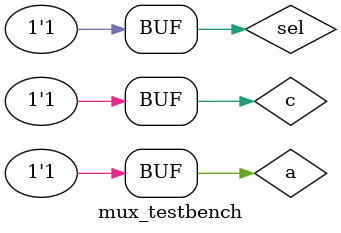
<source format=v>
module mux_testbench;
reg a,c,sel;
wire b;
mux_continous mux_test(a,c,sel,b);      
initial
begin
sel=0;a=0;c=0;
#100 sel=0;a=0;c=1;
#100 sel=0;a=1;c=0;
#100 sel=0;a=1;c=1;
#100 sel=1;a=0;c=0;
#100 sel=1;a=0;c=1;
#100 sel=1;a=1;c=0;
#100 sel=1;a=1;c=1;
end
endmodule
</source>
